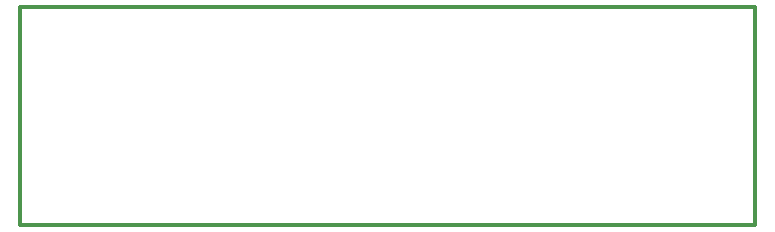
<source format=gbr>
%TF.GenerationSoftware,KiCad,Pcbnew,9.0.6*%
%TF.CreationDate,2025-11-17T11:05:33-05:00*%
%TF.ProjectId,vldo,766c646f-2e6b-4696-9361-645f70636258,0.1*%
%TF.SameCoordinates,Original*%
%TF.FileFunction,Profile,NP*%
%FSLAX46Y46*%
G04 Gerber Fmt 4.6, Leading zero omitted, Abs format (unit mm)*
G04 Created by KiCad (PCBNEW 9.0.6) date 2025-11-17 11:05:33*
%MOMM*%
%LPD*%
G01*
G04 APERTURE LIST*
%TA.AperFunction,Profile*%
%ADD10C,0.304800*%
%TD*%
G04 APERTURE END LIST*
D10*
X107315000Y-68580000D02*
X169545000Y-68580000D01*
X169545000Y-86995000D01*
X107315000Y-86995000D01*
X107315000Y-68580000D01*
M02*

</source>
